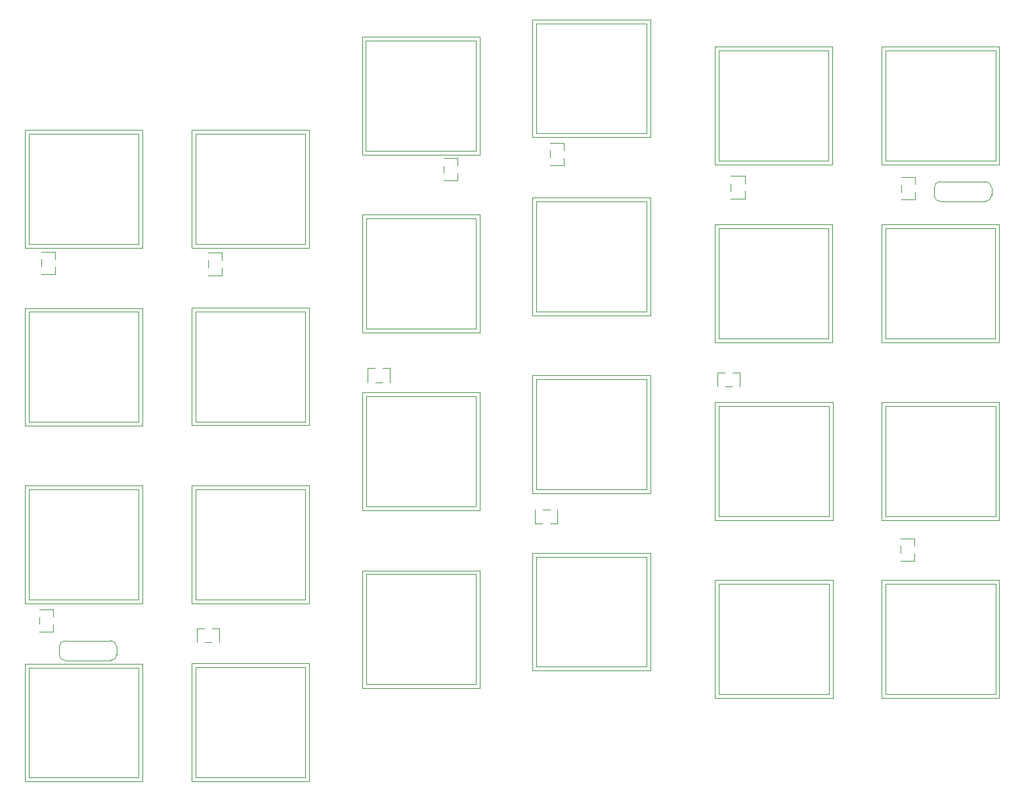
<source format=gbr>
%TF.GenerationSoftware,KiCad,Pcbnew,(6.99.0-4085-g6c752680d7)*%
%TF.CreationDate,2022-11-14T18:26:04+08:00*%
%TF.ProjectId,Right Flex PCB,52696768-7420-4466-9c65-78205043422e,rev?*%
%TF.SameCoordinates,Original*%
%TF.FileFunction,Legend,Bot*%
%TF.FilePolarity,Positive*%
%FSLAX46Y46*%
G04 Gerber Fmt 4.6, Leading zero omitted, Abs format (unit mm)*
G04 Created by KiCad (PCBNEW (6.99.0-4085-g6c752680d7)) date 2022-11-14 18:26:04*
%MOMM*%
%LPD*%
G01*
G04 APERTURE LIST*
%ADD10C,0.120000*%
%ADD11C,1.900000*%
%ADD12C,1.750000*%
%ADD13O,1.600000X1.000000*%
%ADD14C,1.550000*%
%ADD15C,5.050000*%
%ADD16C,1.250000*%
%ADD17R,1.700000X1.700000*%
%ADD18O,1.700000X1.700000*%
G04 APERTURE END LIST*
D10*
X160030931Y-56935095D02*
X154205931Y-56935094D01*
X40575042Y-114394905D02*
X40575042Y-115414016D01*
X41371120Y-113614016D02*
X47196120Y-113614016D01*
X154221120Y-54364016D02*
X160046120Y-54364016D01*
X160030931Y-56935036D02*
G75*
G03*
X160827008Y-56154205I-4031J800336D01*
G01*
X47180931Y-116185036D02*
G75*
G03*
X47977008Y-115404205I-4031J800336D01*
G01*
X47180931Y-116185095D02*
X41355931Y-116185094D01*
X160827009Y-56154205D02*
X160827009Y-55135094D01*
X160826974Y-55135095D02*
G75*
G03*
X160046120Y-54364017I-800374J-29605D01*
G01*
X153425042Y-55144905D02*
X153425042Y-56164016D01*
X41371120Y-113614015D02*
G75*
G03*
X40575042Y-114394905I4080J-800385D01*
G01*
X153425018Y-56164017D02*
G75*
G03*
X154205931Y-56935093I800382J29617D01*
G01*
X154221120Y-54364015D02*
G75*
G03*
X153425042Y-55144905I4080J-800385D01*
G01*
X47976974Y-114385095D02*
G75*
G03*
X47196120Y-113614017I-800374J-29605D01*
G01*
X40575018Y-115414017D02*
G75*
G03*
X41355931Y-116185093I800382J29617D01*
G01*
X47977009Y-115404205D02*
X47977009Y-114385094D01*
%TO.C,D13*%
X38275200Y-63414400D02*
X40075200Y-63414400D01*
X38275200Y-64414400D02*
X38275200Y-65314400D01*
X38275200Y-66314400D02*
X40075200Y-66314400D01*
X40075200Y-64364400D02*
X40075200Y-63414400D01*
X40075200Y-65364400D02*
X40075200Y-66314400D01*
%TO.C,D17*%
X149075200Y-100414400D02*
X150875200Y-100414400D01*
X149075200Y-101414400D02*
X149075200Y-102314400D01*
X149075200Y-103314400D02*
X150875200Y-103314400D01*
X150875200Y-101364400D02*
X150875200Y-100414400D01*
X150875200Y-102364400D02*
X150875200Y-103314400D01*
%TO.C,SW12*%
X79653400Y-104553200D02*
X94853400Y-104553200D01*
X79653400Y-119753200D02*
X79653400Y-104553200D01*
X80153400Y-105053200D02*
X94353400Y-105053200D01*
X80153400Y-119253200D02*
X80153400Y-105053200D01*
X94353400Y-105053200D02*
X94353400Y-119253200D01*
X94353400Y-119253200D02*
X80153400Y-119253200D01*
X94853400Y-104553200D02*
X94853400Y-119753200D01*
X94853400Y-119753200D02*
X79653400Y-119753200D01*
%TO.C,D1*%
X38025200Y-109564400D02*
X39825200Y-109564400D01*
X38025200Y-110564400D02*
X38025200Y-111464400D01*
X38025200Y-112464400D02*
X39825200Y-112464400D01*
X39825200Y-110514400D02*
X39825200Y-109564400D01*
X39825200Y-111514400D02*
X39825200Y-112464400D01*
%TO.C,SW7*%
X57641599Y-93596400D02*
X72841599Y-93596400D01*
X57641599Y-108796400D02*
X57641599Y-93596400D01*
X58141599Y-94096400D02*
X72341599Y-94096400D01*
X58141599Y-108296400D02*
X58141599Y-94096400D01*
X72341599Y-94096400D02*
X72341599Y-108296400D01*
X72341599Y-108296400D02*
X58141599Y-108296400D01*
X72841599Y-93596400D02*
X72841599Y-108796400D01*
X72841599Y-108796400D02*
X57641599Y-108796400D01*
%TO.C,SW16*%
X101624400Y-79381800D02*
X116824400Y-79381800D01*
X101624400Y-94581800D02*
X101624400Y-79381800D01*
X102124400Y-79881800D02*
X116324400Y-79881800D01*
X102124400Y-94081800D02*
X102124400Y-79881800D01*
X116324400Y-79881800D02*
X116324400Y-94081800D01*
X116324400Y-94081800D02*
X102124400Y-94081800D01*
X116824400Y-79381800D02*
X116824400Y-94581800D01*
X116824400Y-94581800D02*
X101624400Y-94581800D01*
%TO.C,SW21*%
X125146400Y-82842800D02*
X140346400Y-82842800D01*
X125146400Y-98042800D02*
X125146400Y-82842800D01*
X125646400Y-83342800D02*
X139846400Y-83342800D01*
X125646400Y-97542800D02*
X125646400Y-83342800D01*
X139846400Y-83342800D02*
X139846400Y-97542800D01*
X139846400Y-97542800D02*
X125646400Y-97542800D01*
X140346400Y-82842800D02*
X140346400Y-98042800D01*
X140346400Y-98042800D02*
X125146400Y-98042800D01*
%TO.C,SW11*%
X79653400Y-81591600D02*
X94853400Y-81591600D01*
X79653400Y-96791600D02*
X79653400Y-81591600D01*
X80153400Y-82091600D02*
X94353400Y-82091600D01*
X80153400Y-96291600D02*
X80153400Y-82091600D01*
X94353400Y-82091600D02*
X94353400Y-96291600D01*
X94353400Y-96291600D02*
X80153400Y-96291600D01*
X94853400Y-81591600D02*
X94853400Y-96791600D01*
X94853400Y-96791600D02*
X79653400Y-96791600D01*
%TO.C,SW19*%
X125121000Y-36970400D02*
X140321000Y-36970400D01*
X125121000Y-52170400D02*
X125121000Y-36970400D01*
X125621000Y-37470400D02*
X139821000Y-37470400D01*
X125621000Y-51670400D02*
X125621000Y-37470400D01*
X139821000Y-37470400D02*
X139821000Y-51670400D01*
X139821000Y-51670400D02*
X125621000Y-51670400D01*
X140321000Y-36970400D02*
X140321000Y-52170400D01*
X140321000Y-52170400D02*
X125121000Y-52170400D01*
%TO.C,D11*%
X103850000Y-49350000D02*
X105650000Y-49350000D01*
X103850000Y-50350000D02*
X103850000Y-51250000D01*
X103850000Y-52250000D02*
X105650000Y-52250000D01*
X105650000Y-50300000D02*
X105650000Y-49350000D01*
X105650000Y-51300000D02*
X105650000Y-52250000D01*
%TO.C,D9*%
X90175200Y-51314400D02*
X91975200Y-51314400D01*
X90175200Y-52314400D02*
X90175200Y-53214400D01*
X90175200Y-54214400D02*
X91975200Y-54214400D01*
X91975200Y-52264400D02*
X91975200Y-51314400D01*
X91975200Y-53264400D02*
X91975200Y-54214400D01*
%TO.C,D14*%
X127200000Y-53650000D02*
X129000000Y-53650000D01*
X127200000Y-54650000D02*
X127200000Y-55550000D01*
X127200000Y-56550000D02*
X129000000Y-56550000D01*
X129000000Y-54600000D02*
X129000000Y-53650000D01*
X129000000Y-55600000D02*
X129000000Y-56550000D01*
%TO.C,SW17*%
X101624400Y-102292600D02*
X116824400Y-102292600D01*
X101624400Y-117492600D02*
X101624400Y-102292600D01*
X102124400Y-102792600D02*
X116324400Y-102792600D01*
X102124400Y-116992600D02*
X102124400Y-102792600D01*
X116324400Y-102792600D02*
X116324400Y-116992600D01*
X116324400Y-116992600D02*
X102124400Y-116992600D01*
X116824400Y-102292600D02*
X116824400Y-117492600D01*
X116824400Y-117492600D02*
X101624400Y-117492600D01*
%TO.C,D32*%
X58325200Y-113864400D02*
X58325200Y-112064400D01*
X59325200Y-113864400D02*
X60225200Y-113864400D01*
X61225200Y-113864400D02*
X61225200Y-112064400D01*
X59275200Y-112064400D02*
X58325200Y-112064400D01*
X60275200Y-112064400D02*
X61225200Y-112064400D01*
%TO.C,SW5*%
X57641599Y-47724000D02*
X72841599Y-47724000D01*
X57641599Y-62924000D02*
X57641599Y-47724000D01*
X58141599Y-48224000D02*
X72341599Y-48224000D01*
X58141599Y-62424000D02*
X58141599Y-48224000D01*
X72341599Y-48224000D02*
X72341599Y-62424000D01*
X72341599Y-62424000D02*
X58141599Y-62424000D01*
X72841599Y-47724000D02*
X72841599Y-62924000D01*
X72841599Y-62924000D02*
X57641599Y-62924000D01*
%TO.C,SW9*%
X79628000Y-35693800D02*
X94828000Y-35693800D01*
X79628000Y-50893800D02*
X79628000Y-35693800D01*
X80128000Y-36193800D02*
X94328000Y-36193800D01*
X80128000Y-50393800D02*
X80128000Y-36193800D01*
X94328000Y-36193800D02*
X94328000Y-50393800D01*
X94328000Y-50393800D02*
X80128000Y-50393800D01*
X94828000Y-35693800D02*
X94828000Y-50893800D01*
X94828000Y-50893800D02*
X79628000Y-50893800D01*
%TO.C,SW14*%
X101624400Y-33458600D02*
X116824400Y-33458600D01*
X101624400Y-48658600D02*
X101624400Y-33458600D01*
X102124400Y-33958600D02*
X116324400Y-33958600D01*
X102124400Y-48158600D02*
X102124400Y-33958600D01*
X116324400Y-33958600D02*
X116324400Y-48158600D01*
X116324400Y-48158600D02*
X102124400Y-48158600D01*
X116824400Y-33458600D02*
X116824400Y-48658600D01*
X116824400Y-48658600D02*
X101624400Y-48658600D01*
%TO.C,SW15*%
X101624400Y-56420200D02*
X116824400Y-56420200D01*
X101624400Y-71620200D02*
X101624400Y-56420200D01*
X102124400Y-56920200D02*
X116324400Y-56920200D01*
X102124400Y-71120200D02*
X102124400Y-56920200D01*
X116324400Y-56920200D02*
X116324400Y-71120200D01*
X116324400Y-71120200D02*
X102124400Y-71120200D01*
X116824400Y-56420200D02*
X116824400Y-71620200D01*
X116824400Y-71620200D02*
X101624400Y-71620200D01*
%TO.C,SW1*%
X36137200Y-47730601D02*
X51337200Y-47730601D01*
X36137200Y-62930601D02*
X36137200Y-47730601D01*
X36637200Y-48230601D02*
X50837200Y-48230601D01*
X36637200Y-62430601D02*
X36637200Y-48230601D01*
X50837200Y-48230601D02*
X50837200Y-62430601D01*
X50837200Y-62430601D02*
X36637200Y-62430601D01*
X51337200Y-47730601D02*
X51337200Y-62930601D01*
X51337200Y-62930601D02*
X36137200Y-62930601D01*
%TO.C,D12*%
X104850000Y-96700000D02*
X104850000Y-98500000D01*
X103850000Y-96700000D02*
X102950000Y-96700000D01*
X101950000Y-96700000D02*
X101950000Y-98500000D01*
X103900000Y-98500000D02*
X104850000Y-98500000D01*
X102900000Y-98500000D02*
X101950000Y-98500000D01*
%TO.C,SW24*%
X146609399Y-59906598D02*
X161809399Y-59906598D01*
X146609399Y-75106598D02*
X146609399Y-59906598D01*
X147109399Y-60406598D02*
X161309399Y-60406598D01*
X147109399Y-74606598D02*
X147109399Y-60406598D01*
X161309399Y-60406598D02*
X161309399Y-74606598D01*
X161309399Y-74606598D02*
X147109399Y-74606598D01*
X161809399Y-59906598D02*
X161809399Y-75106598D01*
X161809399Y-75106598D02*
X146609399Y-75106598D01*
%TO.C,D31*%
X59775200Y-63564400D02*
X61575200Y-63564400D01*
X59775200Y-64564400D02*
X59775200Y-65464400D01*
X59775200Y-66464400D02*
X61575200Y-66464400D01*
X61575200Y-64514400D02*
X61575200Y-63564400D01*
X61575200Y-65514400D02*
X61575200Y-66464400D01*
%TO.C,SW8*%
X57641599Y-116532600D02*
X72841599Y-116532600D01*
X57641599Y-131732600D02*
X57641599Y-116532600D01*
X58141599Y-117032600D02*
X72341599Y-117032600D01*
X58141599Y-131232600D02*
X58141599Y-117032600D01*
X72341599Y-117032600D02*
X72341599Y-131232600D01*
X72341599Y-131232600D02*
X58141599Y-131232600D01*
X72841599Y-116532600D02*
X72841599Y-131732600D01*
X72841599Y-131732600D02*
X57641599Y-131732600D01*
%TO.C,SW10*%
X79653400Y-58655400D02*
X94853400Y-58655400D01*
X79653400Y-73855400D02*
X79653400Y-58655400D01*
X80153400Y-59155400D02*
X94353400Y-59155400D01*
X80153400Y-73355400D02*
X80153400Y-59155400D01*
X94353400Y-59155400D02*
X94353400Y-73355400D01*
X94353400Y-73355400D02*
X80153400Y-73355400D01*
X94853400Y-58655400D02*
X94853400Y-73855400D01*
X94853400Y-73855400D02*
X79653400Y-73855400D01*
%TO.C,SW25*%
X146634799Y-82842798D02*
X161834799Y-82842798D01*
X146634799Y-98042798D02*
X146634799Y-82842798D01*
X147134799Y-83342798D02*
X161334799Y-83342798D01*
X147134799Y-97542798D02*
X147134799Y-83342798D01*
X161334799Y-83342798D02*
X161334799Y-97542798D01*
X161334799Y-97542798D02*
X147134799Y-97542798D01*
X161834799Y-82842798D02*
X161834799Y-98042798D01*
X161834799Y-98042798D02*
X146634799Y-98042798D01*
%TO.C,D15*%
X125475200Y-80814400D02*
X125475200Y-79014400D01*
X126475200Y-80814400D02*
X127375200Y-80814400D01*
X128375200Y-80814400D02*
X128375200Y-79014400D01*
X126425200Y-79014400D02*
X125475200Y-79014400D01*
X127425200Y-79014400D02*
X128375200Y-79014400D01*
%TO.C,SW26*%
X146634799Y-105804398D02*
X161834799Y-105804398D01*
X146634799Y-121004398D02*
X146634799Y-105804398D01*
X147134799Y-106304398D02*
X161334799Y-106304398D01*
X147134799Y-120504398D02*
X147134799Y-106304398D01*
X161334799Y-106304398D02*
X161334799Y-120504398D01*
X161334799Y-120504398D02*
X147134799Y-120504398D01*
X161834799Y-105804398D02*
X161834799Y-121004398D01*
X161834799Y-121004398D02*
X146634799Y-121004398D01*
%TO.C,SW20*%
X125121000Y-59906600D02*
X140321000Y-59906600D01*
X125121000Y-75106600D02*
X125121000Y-59906600D01*
X125621000Y-60406600D02*
X139821000Y-60406600D01*
X125621000Y-74606600D02*
X125621000Y-60406600D01*
X139821000Y-60406600D02*
X139821000Y-74606600D01*
X139821000Y-74606600D02*
X125621000Y-74606600D01*
X140321000Y-59906600D02*
X140321000Y-75106600D01*
X140321000Y-75106600D02*
X125121000Y-75106600D01*
%TO.C,SW2*%
X36137200Y-70692201D02*
X51337200Y-70692201D01*
X36137200Y-85892201D02*
X36137200Y-70692201D01*
X36637200Y-71192201D02*
X50837200Y-71192201D01*
X36637200Y-85392201D02*
X36637200Y-71192201D01*
X50837200Y-71192201D02*
X50837200Y-85392201D01*
X50837200Y-85392201D02*
X36637200Y-85392201D01*
X51337200Y-70692201D02*
X51337200Y-85892201D01*
X51337200Y-85892201D02*
X36137200Y-85892201D01*
%TO.C,SW22*%
X125146400Y-105804400D02*
X140346400Y-105804400D01*
X125146400Y-121004400D02*
X125146400Y-105804400D01*
X125646400Y-106304400D02*
X139846400Y-106304400D01*
X125646400Y-120504400D02*
X125646400Y-106304400D01*
X139846400Y-106304400D02*
X139846400Y-120504400D01*
X139846400Y-120504400D02*
X125646400Y-120504400D01*
X140346400Y-105804400D02*
X140346400Y-121004400D01*
X140346400Y-121004400D02*
X125146400Y-121004400D01*
%TO.C,SW23*%
X146634799Y-36944998D02*
X161834799Y-36944998D01*
X146634799Y-52144998D02*
X146634799Y-36944998D01*
X147134799Y-37444998D02*
X161334799Y-37444998D01*
X147134799Y-51644998D02*
X147134799Y-37444998D01*
X161334799Y-37444998D02*
X161334799Y-51644998D01*
X161334799Y-51644998D02*
X147134799Y-51644998D01*
X161834799Y-36944998D02*
X161834799Y-52144998D01*
X161834799Y-52144998D02*
X146634799Y-52144998D01*
%TO.C,D16*%
X149175200Y-53814400D02*
X150975200Y-53814400D01*
X149175200Y-54814400D02*
X149175200Y-55714400D01*
X149175200Y-56714400D02*
X150975200Y-56714400D01*
X150975200Y-54764400D02*
X150975200Y-53814400D01*
X150975200Y-55764400D02*
X150975200Y-56714400D01*
%TO.C,SW6*%
X57641599Y-70634800D02*
X72841599Y-70634800D01*
X57641599Y-85834800D02*
X57641599Y-70634800D01*
X58141599Y-71134800D02*
X72341599Y-71134800D01*
X58141599Y-85334800D02*
X58141599Y-71134800D01*
X72341599Y-71134800D02*
X72341599Y-85334800D01*
X72341599Y-85334800D02*
X58141599Y-85334800D01*
X72841599Y-70634800D02*
X72841599Y-85834800D01*
X72841599Y-85834800D02*
X57641599Y-85834800D01*
%TO.C,D10*%
X80325200Y-80264400D02*
X80325200Y-78464400D01*
X81325200Y-80264400D02*
X82225200Y-80264400D01*
X83225200Y-80264400D02*
X83225200Y-78464400D01*
X81275200Y-78464400D02*
X80325200Y-78464400D01*
X82275200Y-78464400D02*
X83225200Y-78464400D01*
%TO.C,SW3*%
X36137200Y-93628401D02*
X51337200Y-93628401D01*
X36137200Y-108828401D02*
X36137200Y-93628401D01*
X36637200Y-94128401D02*
X50837200Y-94128401D01*
X36637200Y-108328401D02*
X36637200Y-94128401D01*
X50837200Y-94128401D02*
X50837200Y-108328401D01*
X50837200Y-108328401D02*
X36637200Y-108328401D01*
X51337200Y-93628401D02*
X51337200Y-108828401D01*
X51337200Y-108828401D02*
X36137200Y-108828401D01*
%TO.C,SW4*%
X36137200Y-116590001D02*
X51337200Y-116590001D01*
X36137200Y-131790001D02*
X36137200Y-116590001D01*
X36637200Y-117090001D02*
X50837200Y-117090001D01*
X36637200Y-131290001D02*
X36637200Y-117090001D01*
X50837200Y-117090001D02*
X50837200Y-131290001D01*
X50837200Y-131290001D02*
X36637200Y-131290001D01*
X51337200Y-116590001D02*
X51337200Y-131790001D01*
X51337200Y-131790001D02*
X36137200Y-131790001D01*
%TD*%
%LPC*%
D11*
%TO.C,SW12*%
X81753400Y-112153200D03*
D12*
X82173400Y-112153200D03*
D13*
X82253399Y-107003199D03*
D14*
X83443400Y-114693200D03*
X84653400Y-117903200D03*
D15*
X87253400Y-112153200D03*
D16*
X87253400Y-118053200D03*
D14*
X89793400Y-117233200D03*
X91653400Y-116853200D03*
D16*
X92253400Y-115953200D03*
D12*
X92333400Y-112153200D03*
D11*
X92753400Y-112153200D03*
%TD*%
D17*
%TO.C,J3*%
X53695199Y-55364399D03*
D18*
X53695199Y-57904399D03*
X53695199Y-60444399D03*
%TD*%
D11*
%TO.C,SW7*%
X59741599Y-101196400D03*
D12*
X60161599Y-101196400D03*
D13*
X60241598Y-96046399D03*
D14*
X61431599Y-103736400D03*
X62641599Y-106946400D03*
D15*
X65241599Y-101196400D03*
D16*
X65241599Y-107096400D03*
D14*
X67781599Y-106276400D03*
X69641599Y-105896400D03*
D16*
X70241599Y-104996400D03*
D12*
X70321599Y-101196400D03*
D11*
X70741599Y-101196400D03*
%TD*%
%TO.C,SW16*%
X103724400Y-86981800D03*
D12*
X104144400Y-86981800D03*
D13*
X104224399Y-81831799D03*
D14*
X105414400Y-89521800D03*
X106624400Y-92731800D03*
D15*
X109224400Y-86981800D03*
D16*
X109224400Y-92881800D03*
D14*
X111764400Y-92061800D03*
X113624400Y-91681800D03*
D16*
X114224400Y-90781800D03*
D12*
X114304400Y-86981800D03*
D11*
X114724400Y-86981800D03*
%TD*%
%TO.C,SW21*%
X127246400Y-90442800D03*
D12*
X127666400Y-90442800D03*
D13*
X127746399Y-85292799D03*
D14*
X128936400Y-92982800D03*
X130146400Y-96192800D03*
D15*
X132746400Y-90442800D03*
D16*
X132746400Y-96342800D03*
D14*
X135286400Y-95522800D03*
X137146400Y-95142800D03*
D16*
X137746400Y-94242800D03*
D12*
X137826400Y-90442800D03*
D11*
X138246400Y-90442800D03*
%TD*%
%TO.C,SW11*%
X81753400Y-89191600D03*
D12*
X82173400Y-89191600D03*
D13*
X82253399Y-84041599D03*
D14*
X83443400Y-91731600D03*
X84653400Y-94941600D03*
D15*
X87253400Y-89191600D03*
D16*
X87253400Y-95091600D03*
D14*
X89793400Y-94271600D03*
X91653400Y-93891600D03*
D16*
X92253400Y-92991600D03*
D12*
X92333400Y-89191600D03*
D11*
X92753400Y-89191600D03*
%TD*%
%TO.C,SW19*%
X127221000Y-44570400D03*
D12*
X127641000Y-44570400D03*
D13*
X127720999Y-39420399D03*
D14*
X128911000Y-47110400D03*
X130121000Y-50320400D03*
D15*
X132721000Y-44570400D03*
D16*
X132721000Y-50470400D03*
D14*
X135261000Y-49650400D03*
X137121000Y-49270400D03*
D16*
X137721000Y-48370400D03*
D12*
X137801000Y-44570400D03*
D11*
X138221000Y-44570400D03*
%TD*%
D17*
%TO.C,J2*%
X120960799Y-66719198D03*
D18*
X120960799Y-69259198D03*
X120960799Y-71799198D03*
X120960799Y-74339198D03*
X120960799Y-76879198D03*
%TD*%
D17*
%TO.C,J4*%
X120960799Y-80536798D03*
D18*
X120960799Y-83076798D03*
X120960799Y-85616798D03*
X120960799Y-88156798D03*
X120960799Y-90696798D03*
X120960799Y-93236798D03*
%TD*%
D17*
%TO.C,J5*%
X143955199Y-112534399D03*
D18*
X143955199Y-115074399D03*
X143955199Y-117614399D03*
%TD*%
D11*
%TO.C,SW17*%
X103724400Y-109892600D03*
D12*
X104144400Y-109892600D03*
D13*
X104224399Y-104742599D03*
D14*
X105414400Y-112432600D03*
X106624400Y-115642600D03*
D15*
X109224400Y-109892600D03*
D16*
X109224400Y-115792600D03*
D14*
X111764400Y-114972600D03*
X113624400Y-114592600D03*
D16*
X114224400Y-113692600D03*
D12*
X114304400Y-109892600D03*
D11*
X114724400Y-109892600D03*
%TD*%
%TO.C,SW5*%
X59741599Y-55324000D03*
D12*
X60161599Y-55324000D03*
D13*
X60241598Y-50173999D03*
D14*
X61431599Y-57864000D03*
X62641599Y-61074000D03*
D15*
X65241599Y-55324000D03*
D16*
X65241599Y-61224000D03*
D14*
X67781599Y-60404000D03*
X69641599Y-60024000D03*
D16*
X70241599Y-59124000D03*
D12*
X70321599Y-55324000D03*
D11*
X70741599Y-55324000D03*
%TD*%
%TO.C,SW9*%
X81728000Y-43293800D03*
D12*
X82148000Y-43293800D03*
D13*
X82227999Y-38143799D03*
D14*
X83418000Y-45833800D03*
X84628000Y-49043800D03*
D15*
X87228000Y-43293800D03*
D16*
X87228000Y-49193800D03*
D14*
X89768000Y-48373800D03*
X91628000Y-47993800D03*
D16*
X92228000Y-47093800D03*
D12*
X92308000Y-43293800D03*
D11*
X92728000Y-43293800D03*
%TD*%
%TO.C,SW14*%
X103724400Y-41058600D03*
D12*
X104144400Y-41058600D03*
D13*
X104224399Y-35908599D03*
D14*
X105414400Y-43598600D03*
X106624400Y-46808600D03*
D15*
X109224400Y-41058600D03*
D16*
X109224400Y-46958600D03*
D14*
X111764400Y-46138600D03*
X113624400Y-45758600D03*
D16*
X114224400Y-44858600D03*
D12*
X114304400Y-41058600D03*
D11*
X114724400Y-41058600D03*
%TD*%
%TO.C,SW15*%
X103724400Y-64020200D03*
D12*
X104144400Y-64020200D03*
D13*
X104224399Y-58870199D03*
D14*
X105414400Y-66560200D03*
X106624400Y-69770200D03*
D15*
X109224400Y-64020200D03*
D16*
X109224400Y-69920200D03*
D14*
X111764400Y-69100200D03*
X113624400Y-68720200D03*
D16*
X114224400Y-67820200D03*
D12*
X114304400Y-64020200D03*
D11*
X114724400Y-64020200D03*
%TD*%
D17*
%TO.C,J1*%
X120885199Y-106904399D03*
D18*
X120885199Y-109444399D03*
X120885199Y-111984399D03*
X120885199Y-114524399D03*
X120885199Y-117064399D03*
X120885199Y-119604399D03*
%TD*%
D11*
%TO.C,SW1*%
X38237200Y-55330601D03*
D12*
X38657200Y-55330601D03*
D13*
X38737199Y-50180600D03*
D14*
X39927200Y-57870601D03*
X41137200Y-61080601D03*
D15*
X43737200Y-55330601D03*
D16*
X43737200Y-61230601D03*
D14*
X46277200Y-60410601D03*
X48137200Y-60030601D03*
D16*
X48737200Y-59130601D03*
D12*
X48817200Y-55330601D03*
D11*
X49237200Y-55330601D03*
%TD*%
%TO.C,SW24*%
X148709399Y-67506598D03*
D12*
X149129399Y-67506598D03*
D13*
X149209398Y-62356597D03*
D14*
X150399399Y-70046598D03*
X151609399Y-73256598D03*
D15*
X154209399Y-67506598D03*
D16*
X154209399Y-73406598D03*
D14*
X156749399Y-72586598D03*
X158609399Y-72206598D03*
D16*
X159209399Y-71306598D03*
D12*
X159289399Y-67506598D03*
D11*
X159709399Y-67506598D03*
%TD*%
%TO.C,SW8*%
X59741599Y-124132600D03*
D12*
X60161599Y-124132600D03*
D13*
X60241598Y-118982599D03*
D14*
X61431599Y-126672600D03*
X62641599Y-129882600D03*
D15*
X65241599Y-124132600D03*
D16*
X65241599Y-130032600D03*
D14*
X67781599Y-129212600D03*
X69641599Y-128832600D03*
D16*
X70241599Y-127932600D03*
D12*
X70321599Y-124132600D03*
D11*
X70741599Y-124132600D03*
%TD*%
%TO.C,SW10*%
X81753400Y-66255400D03*
D12*
X82173400Y-66255400D03*
D13*
X82253399Y-61105399D03*
D14*
X83443400Y-68795400D03*
X84653400Y-72005400D03*
D15*
X87253400Y-66255400D03*
D16*
X87253400Y-72155400D03*
D14*
X89793400Y-71335400D03*
X91653400Y-70955400D03*
D16*
X92253400Y-70055400D03*
D12*
X92333400Y-66255400D03*
D11*
X92753400Y-66255400D03*
%TD*%
%TO.C,SW25*%
X148734799Y-90442798D03*
D12*
X149154799Y-90442798D03*
D13*
X149234798Y-85292797D03*
D14*
X150424799Y-92982798D03*
X151634799Y-96192798D03*
D15*
X154234799Y-90442798D03*
D16*
X154234799Y-96342798D03*
D14*
X156774799Y-95522798D03*
X158634799Y-95142798D03*
D16*
X159234799Y-94242798D03*
D12*
X159314799Y-90442798D03*
D11*
X159734799Y-90442798D03*
%TD*%
%TO.C,SW26*%
X148734799Y-113404398D03*
D12*
X149154799Y-113404398D03*
D13*
X149234798Y-108254397D03*
D14*
X150424799Y-115944398D03*
X151634799Y-119154398D03*
D15*
X154234799Y-113404398D03*
D16*
X154234799Y-119304398D03*
D14*
X156774799Y-118484398D03*
X158634799Y-118104398D03*
D16*
X159234799Y-117204398D03*
D12*
X159314799Y-113404398D03*
D11*
X159734799Y-113404398D03*
%TD*%
%TO.C,SW20*%
X127221000Y-67506600D03*
D12*
X127641000Y-67506600D03*
D13*
X127720999Y-62356599D03*
D14*
X128911000Y-70046600D03*
X130121000Y-73256600D03*
D15*
X132721000Y-67506600D03*
D16*
X132721000Y-73406600D03*
D14*
X135261000Y-72586600D03*
X137121000Y-72206600D03*
D16*
X137721000Y-71306600D03*
D12*
X137801000Y-67506600D03*
D11*
X138221000Y-67506600D03*
%TD*%
%TO.C,SW2*%
X38237200Y-78292201D03*
D12*
X38657200Y-78292201D03*
D13*
X38737199Y-73142200D03*
D14*
X39927200Y-80832201D03*
X41137200Y-84042201D03*
D15*
X43737200Y-78292201D03*
D16*
X43737200Y-84192201D03*
D14*
X46277200Y-83372201D03*
X48137200Y-82992201D03*
D16*
X48737200Y-82092201D03*
D12*
X48817200Y-78292201D03*
D11*
X49237200Y-78292201D03*
%TD*%
%TO.C,SW22*%
X127246400Y-113404400D03*
D12*
X127666400Y-113404400D03*
D13*
X127746399Y-108254399D03*
D14*
X128936400Y-115944400D03*
X130146400Y-119154400D03*
D15*
X132746400Y-113404400D03*
D16*
X132746400Y-119304400D03*
D14*
X135286400Y-118484400D03*
X137146400Y-118104400D03*
D16*
X137746400Y-117204400D03*
D12*
X137826400Y-113404400D03*
D11*
X138246400Y-113404400D03*
%TD*%
%TO.C,SW23*%
X148734799Y-44544998D03*
D12*
X149154799Y-44544998D03*
D13*
X149234798Y-39394997D03*
D14*
X150424799Y-47084998D03*
X151634799Y-50294998D03*
D15*
X154234799Y-44544998D03*
D16*
X154234799Y-50444998D03*
D14*
X156774799Y-49624998D03*
X158634799Y-49244998D03*
D16*
X159234799Y-48344998D03*
D12*
X159314799Y-44544998D03*
D11*
X159734799Y-44544998D03*
%TD*%
%TO.C,SW6*%
X59741599Y-78234800D03*
D12*
X60161599Y-78234800D03*
D13*
X60241598Y-73084799D03*
D14*
X61431599Y-80774800D03*
X62641599Y-83984800D03*
D15*
X65241599Y-78234800D03*
D16*
X65241599Y-84134800D03*
D14*
X67781599Y-83314800D03*
X69641599Y-82934800D03*
D16*
X70241599Y-82034800D03*
D12*
X70321599Y-78234800D03*
D11*
X70741599Y-78234800D03*
%TD*%
%TO.C,SW3*%
X38237200Y-101228401D03*
D12*
X38657200Y-101228401D03*
D13*
X38737199Y-96078400D03*
D14*
X39927200Y-103768401D03*
X41137200Y-106978401D03*
D15*
X43737200Y-101228401D03*
D16*
X43737200Y-107128401D03*
D14*
X46277200Y-106308401D03*
X48137200Y-105928401D03*
D16*
X48737200Y-105028401D03*
D12*
X48817200Y-101228401D03*
D11*
X49237200Y-101228401D03*
%TD*%
%TO.C,SW4*%
X38237200Y-124190001D03*
D12*
X38657200Y-124190001D03*
D13*
X38737199Y-119040000D03*
D14*
X39927200Y-126730001D03*
X41137200Y-129940001D03*
D15*
X43737200Y-124190001D03*
D16*
X43737200Y-130090001D03*
D14*
X46277200Y-129270001D03*
X48137200Y-128890001D03*
D16*
X48737200Y-127990001D03*
D12*
X48817200Y-124190001D03*
D11*
X49237200Y-124190001D03*
%TD*%
M02*

</source>
